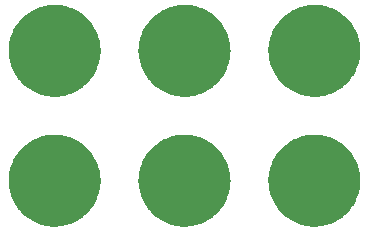
<source format=gbr>
G04 EasyPC Gerber Version 20.0.2 Build 4112 *
%FSLAX35Y35*%
%MOIN*%
%ADD15C,0.00500*%
X0Y0D02*
D02*
D15*
X858Y15382D02*
X896Y14700D01*
X966Y14020*
X1066Y13345*
X1196Y12674*
X1357Y12011*
X1549Y11355*
X1770Y10708*
X2020Y10072*
X2298Y9449*
X2605Y8839*
X2939Y8243*
X3300Y7663*
X3687Y7100*
X4100Y6555*
X4536Y6030*
X4996Y5525*
X5479Y5041*
X5983Y4580*
X6507Y4143*
X7051Y3729*
X7613Y3341*
X8192Y2979*
X8787Y2643*
X9397Y2335*
X10020Y2056*
X10655Y1804*
X11301Y1582*
X11957Y1390*
X12620Y1227*
X13290Y1095*
X13966Y993*
X14645Y922*
X15327Y883*
X16010Y874*
X16693Y896*
X17374Y950*
X18052Y1034*
X18725Y1150*
X19393Y1295*
X20053Y1471*
X20704Y1677*
X21345Y1912*
X21975Y2176*
X22593Y2469*
X23196Y2789*
X23784Y3137*
X24356Y3511*
X24910Y3911*
X25445Y4335*
X25961Y4783*
X26455Y5254*
X26928Y5748*
X27377Y6262*
X27803Y6796*
X28204Y7349*
X28580Y7919*
X28929Y8506*
X29251Y9109*
X29546Y9725*
X29812Y10354*
X30049Y10995*
X30256Y11646*
X30434Y12305*
X30582Y12972*
X30699Y13645*
X30786Y14322*
X30841Y15003*
X30866Y15686*
X30858Y16382*
X30820Y17064*
X30751Y17743*
X30651Y18419*
X30520Y19089*
X30359Y19753*
X30168Y20409*
X29947Y21056*
X29697Y21691*
X29418Y22315*
X29111Y22925*
X28777Y23521*
X28416Y24101*
X28029Y24664*
X27617Y25209*
X27180Y25734*
X26720Y26239*
X26238Y26722*
X25734Y27183*
X25209Y27621*
X24666Y28035*
X24104Y28423*
X23524Y28785*
X22930Y29120*
X22320Y29428*
X21696Y29708*
X21061Y29959*
X20415Y30181*
X19760Y30374*
X19096Y30537*
X18426Y30669*
X17751Y30770*
X17071Y30841*
X16389Y30881*
X15706Y30890*
X15024Y30867*
X14343Y30814*
X13665Y30730*
X12991Y30614*
X12324Y30469*
X11664Y30293*
X11013Y30087*
X10371Y29852*
X9741Y29587*
X9124Y29295*
X8520Y28974*
X7932Y28627*
X7361Y28253*
X6807Y27853*
X6271Y27429*
X5756Y26981*
X5261Y26509*
X4789Y26016*
X4339Y25502*
X3913Y24968*
X3512Y24415*
X3137Y23844*
X2787Y23257*
X2465Y22655*
X2171Y22039*
X1905Y21409*
X1668Y20769*
X1460Y20118*
X1282Y19459*
X1135Y18792*
X1017Y18119*
X931Y17441*
X875Y16761*
X851Y16078*
X858Y15382*
G36*
X896Y14700*
X966Y14020*
X1066Y13345*
X1196Y12674*
X1357Y12011*
X1549Y11355*
X1770Y10708*
X2020Y10072*
X2298Y9449*
X2605Y8839*
X2939Y8243*
X3300Y7663*
X3687Y7100*
X4100Y6555*
X4536Y6030*
X4996Y5525*
X5479Y5041*
X5983Y4580*
X6507Y4143*
X7051Y3729*
X7613Y3341*
X8192Y2979*
X8787Y2643*
X9397Y2335*
X10020Y2056*
X10655Y1804*
X11301Y1582*
X11957Y1390*
X12620Y1227*
X13290Y1095*
X13966Y993*
X14645Y922*
X15327Y883*
X16010Y874*
X16693Y896*
X17374Y950*
X18052Y1034*
X18725Y1150*
X19393Y1295*
X20053Y1471*
X20704Y1677*
X21345Y1912*
X21975Y2176*
X22593Y2469*
X23196Y2789*
X23784Y3137*
X24356Y3511*
X24910Y3911*
X25445Y4335*
X25961Y4783*
X26455Y5254*
X26928Y5748*
X27377Y6262*
X27803Y6796*
X28204Y7349*
X28580Y7919*
X28929Y8506*
X29251Y9109*
X29546Y9725*
X29812Y10354*
X30049Y10995*
X30256Y11646*
X30434Y12305*
X30582Y12972*
X30699Y13645*
X30786Y14322*
X30841Y15003*
X30866Y15686*
X30858Y16382*
X30820Y17064*
X30751Y17743*
X30651Y18419*
X30520Y19089*
X30359Y19753*
X30168Y20409*
X29947Y21056*
X29697Y21691*
X29418Y22315*
X29111Y22925*
X28777Y23521*
X28416Y24101*
X28029Y24664*
X27617Y25209*
X27180Y25734*
X26720Y26239*
X26238Y26722*
X25734Y27183*
X25209Y27621*
X24666Y28035*
X24104Y28423*
X23524Y28785*
X22930Y29120*
X22320Y29428*
X21696Y29708*
X21061Y29959*
X20415Y30181*
X19760Y30374*
X19096Y30537*
X18426Y30669*
X17751Y30770*
X17071Y30841*
X16389Y30881*
X15706Y30890*
X15024Y30867*
X14343Y30814*
X13665Y30730*
X12991Y30614*
X12324Y30469*
X11664Y30293*
X11013Y30087*
X10371Y29852*
X9741Y29587*
X9124Y29295*
X8520Y28974*
X7932Y28627*
X7361Y28253*
X6807Y27853*
X6271Y27429*
X5756Y26981*
X5261Y26509*
X4789Y26016*
X4339Y25502*
X3913Y24968*
X3512Y24415*
X3137Y23844*
X2787Y23257*
X2465Y22655*
X2171Y22039*
X1905Y21409*
X1668Y20769*
X1460Y20118*
X1282Y19459*
X1135Y18792*
X1017Y18119*
X931Y17441*
X875Y16761*
X851Y16078*
X858Y15382*
G37*
Y58689D02*
X896Y58007D01*
X966Y57328*
X1066Y56652*
X1196Y55981*
X1357Y55318*
X1549Y54662*
X1770Y54015*
X2020Y53380*
X2298Y52756*
X2605Y52146*
X2939Y51550*
X3300Y50970*
X3687Y50407*
X4100Y49862*
X4536Y49337*
X4996Y48832*
X5479Y48348*
X5983Y47887*
X6507Y47450*
X7051Y47036*
X7613Y46648*
X8192Y46286*
X8787Y45950*
X9397Y45643*
X10020Y45363*
X10655Y45111*
X11301Y44889*
X11957Y44697*
X12620Y44534*
X13290Y44402*
X13966Y44300*
X14645Y44230*
X15327Y44190*
X16010Y44181*
X16693Y44204*
X17374Y44257*
X18052Y44341*
X18725Y44457*
X19393Y44602*
X20053Y44778*
X20704Y44984*
X21345Y45219*
X21975Y45483*
X22593Y45776*
X23196Y46096*
X23784Y46444*
X24356Y46818*
X24910Y47218*
X25445Y47642*
X25961Y48090*
X26455Y48561*
X26928Y49055*
X27377Y49569*
X27803Y50103*
X28204Y50656*
X28580Y51226*
X28929Y51813*
X29251Y52416*
X29546Y53032*
X29812Y53661*
X30049Y54302*
X30256Y54953*
X30434Y55612*
X30582Y56279*
X30699Y56952*
X30786Y57630*
X30841Y58310*
X30866Y58993*
X30858Y59689*
X30820Y60371*
X30751Y61050*
X30651Y61726*
X30520Y62396*
X30359Y63060*
X30168Y63716*
X29947Y64363*
X29697Y64998*
X29418Y65622*
X29111Y66232*
X28777Y66828*
X28416Y67408*
X28029Y67971*
X27617Y68516*
X27180Y69041*
X26720Y69546*
X26238Y70030*
X25734Y70491*
X25209Y70928*
X24666Y71342*
X24104Y71730*
X23524Y72092*
X22930Y72428*
X22320Y72735*
X21696Y73015*
X21061Y73267*
X20415Y73489*
X19760Y73681*
X19096Y73844*
X18426Y73976*
X17751Y74078*
X17071Y74148*
X16389Y74188*
X15706Y74197*
X15024Y74174*
X14343Y74121*
X13665Y74037*
X12991Y73921*
X12324Y73776*
X11664Y73600*
X11013Y73394*
X10371Y73159*
X9741Y72894*
X9124Y72602*
X8520Y72281*
X7932Y71934*
X7361Y71560*
X6807Y71160*
X6271Y70736*
X5756Y70288*
X5261Y69817*
X4789Y69323*
X4339Y68809*
X3913Y68275*
X3512Y67722*
X3137Y67152*
X2787Y66565*
X2465Y65962*
X2171Y65346*
X1905Y64717*
X1668Y64076*
X1460Y63425*
X1282Y62766*
X1135Y62099*
X1017Y61426*
X931Y60748*
X875Y60068*
X851Y59385*
X858Y58689*
G36*
X896Y58007*
X966Y57328*
X1066Y56652*
X1196Y55981*
X1357Y55318*
X1549Y54662*
X1770Y54015*
X2020Y53380*
X2298Y52756*
X2605Y52146*
X2939Y51550*
X3300Y50970*
X3687Y50407*
X4100Y49862*
X4536Y49337*
X4996Y48832*
X5479Y48348*
X5983Y47887*
X6507Y47450*
X7051Y47036*
X7613Y46648*
X8192Y46286*
X8787Y45950*
X9397Y45643*
X10020Y45363*
X10655Y45111*
X11301Y44889*
X11957Y44697*
X12620Y44534*
X13290Y44402*
X13966Y44300*
X14645Y44230*
X15327Y44190*
X16010Y44181*
X16693Y44204*
X17374Y44257*
X18052Y44341*
X18725Y44457*
X19393Y44602*
X20053Y44778*
X20704Y44984*
X21345Y45219*
X21975Y45483*
X22593Y45776*
X23196Y46096*
X23784Y46444*
X24356Y46818*
X24910Y47218*
X25445Y47642*
X25961Y48090*
X26455Y48561*
X26928Y49055*
X27377Y49569*
X27803Y50103*
X28204Y50656*
X28580Y51226*
X28929Y51813*
X29251Y52416*
X29546Y53032*
X29812Y53661*
X30049Y54302*
X30256Y54953*
X30434Y55612*
X30582Y56279*
X30699Y56952*
X30786Y57630*
X30841Y58310*
X30866Y58993*
X30858Y59689*
X30820Y60371*
X30751Y61050*
X30651Y61726*
X30520Y62396*
X30359Y63060*
X30168Y63716*
X29947Y64363*
X29697Y64998*
X29418Y65622*
X29111Y66232*
X28777Y66828*
X28416Y67408*
X28029Y67971*
X27617Y68516*
X27180Y69041*
X26720Y69546*
X26238Y70030*
X25734Y70491*
X25209Y70928*
X24666Y71342*
X24104Y71730*
X23524Y72092*
X22930Y72428*
X22320Y72735*
X21696Y73015*
X21061Y73267*
X20415Y73489*
X19760Y73681*
X19096Y73844*
X18426Y73976*
X17751Y74078*
X17071Y74148*
X16389Y74188*
X15706Y74197*
X15024Y74174*
X14343Y74121*
X13665Y74037*
X12991Y73921*
X12324Y73776*
X11664Y73600*
X11013Y73394*
X10371Y73159*
X9741Y72894*
X9124Y72602*
X8520Y72281*
X7932Y71934*
X7361Y71560*
X6807Y71160*
X6271Y70736*
X5756Y70288*
X5261Y69817*
X4789Y69323*
X4339Y68809*
X3913Y68275*
X3512Y67722*
X3137Y67152*
X2787Y66565*
X2465Y65962*
X2171Y65346*
X1905Y64717*
X1668Y64076*
X1460Y63425*
X1282Y62766*
X1135Y62099*
X1017Y61426*
X931Y60748*
X875Y60068*
X851Y59385*
X858Y58689*
G37*
X44165Y15382D02*
X44204Y14700D01*
X44273Y14020*
X44373Y13345*
X44504Y12674*
X44665Y12011*
X44856Y11355*
X45077Y10708*
X45327Y10072*
X45606Y9449*
X45912Y8839*
X46246Y8243*
X46607Y7663*
X46994Y7100*
X47407Y6555*
X47843Y6030*
X48303Y5525*
X48786Y5041*
X49290Y4580*
X49814Y4143*
X50358Y3729*
X50920Y3341*
X51499Y2979*
X52094Y2643*
X52704Y2335*
X53327Y2056*
X53962Y1804*
X54608Y1582*
X55264Y1390*
X55927Y1227*
X56597Y1095*
X57273Y993*
X57952Y922*
X58634Y883*
X59317Y874*
X60000Y896*
X60681Y950*
X61359Y1034*
X62032Y1150*
X62700Y1295*
X63360Y1471*
X64011Y1677*
X64652Y1912*
X65282Y2176*
X65900Y2469*
X66503Y2789*
X67091Y3137*
X67663Y3511*
X68217Y3911*
X68752Y4335*
X69268Y4783*
X69762Y5254*
X70235Y5748*
X70684Y6262*
X71110Y6796*
X71511Y7349*
X71887Y7919*
X72236Y8506*
X72558Y9109*
X72853Y9725*
X73119Y10354*
X73356Y10995*
X73563Y11646*
X73741Y12305*
X73889Y12972*
X74006Y13645*
X74093Y14322*
X74148Y15003*
X74173Y15686*
X74165Y16382*
X74127Y17064*
X74058Y17743*
X73958Y18419*
X73827Y19089*
X73666Y19753*
X73475Y20409*
X73254Y21056*
X73004Y21691*
X72725Y22315*
X72419Y22925*
X72084Y23521*
X71723Y24101*
X71336Y24664*
X70924Y25209*
X70487Y25734*
X70028Y26239*
X69545Y26722*
X69041Y27183*
X68517Y27621*
X67973Y28035*
X67411Y28423*
X66831Y28785*
X66237Y29120*
X65627Y29428*
X65004Y29708*
X64369Y29959*
X63722Y30181*
X63067Y30374*
X62404Y30537*
X61733Y30669*
X61058Y30770*
X60378Y30841*
X59696Y30881*
X59013Y30890*
X58331Y30867*
X57650Y30814*
X56972Y30730*
X56298Y30614*
X55631Y30469*
X54971Y30293*
X54320Y30087*
X53678Y29852*
X53048Y29587*
X52431Y29295*
X51828Y28974*
X51239Y28627*
X50668Y28253*
X50114Y27853*
X49578Y27429*
X49063Y26981*
X48569Y26509*
X48096Y26016*
X47646Y25502*
X47220Y24968*
X46819Y24415*
X46444Y23844*
X46094Y23257*
X45772Y22655*
X45478Y22039*
X45212Y21409*
X44975Y20769*
X44767Y20118*
X44589Y19459*
X44442Y18792*
X44324Y18119*
X44238Y17441*
X44182Y16761*
X44158Y16078*
X44165Y15382*
G36*
X44204Y14700*
X44273Y14020*
X44373Y13345*
X44504Y12674*
X44665Y12011*
X44856Y11355*
X45077Y10708*
X45327Y10072*
X45606Y9449*
X45912Y8839*
X46246Y8243*
X46607Y7663*
X46994Y7100*
X47407Y6555*
X47843Y6030*
X48303Y5525*
X48786Y5041*
X49290Y4580*
X49814Y4143*
X50358Y3729*
X50920Y3341*
X51499Y2979*
X52094Y2643*
X52704Y2335*
X53327Y2056*
X53962Y1804*
X54608Y1582*
X55264Y1390*
X55927Y1227*
X56597Y1095*
X57273Y993*
X57952Y922*
X58634Y883*
X59317Y874*
X60000Y896*
X60681Y950*
X61359Y1034*
X62032Y1150*
X62700Y1295*
X63360Y1471*
X64011Y1677*
X64652Y1912*
X65282Y2176*
X65900Y2469*
X66503Y2789*
X67091Y3137*
X67663Y3511*
X68217Y3911*
X68752Y4335*
X69268Y4783*
X69762Y5254*
X70235Y5748*
X70684Y6262*
X71110Y6796*
X71511Y7349*
X71887Y7919*
X72236Y8506*
X72558Y9109*
X72853Y9725*
X73119Y10354*
X73356Y10995*
X73563Y11646*
X73741Y12305*
X73889Y12972*
X74006Y13645*
X74093Y14322*
X74148Y15003*
X74173Y15686*
X74165Y16382*
X74127Y17064*
X74058Y17743*
X73958Y18419*
X73827Y19089*
X73666Y19753*
X73475Y20409*
X73254Y21056*
X73004Y21691*
X72725Y22315*
X72419Y22925*
X72084Y23521*
X71723Y24101*
X71336Y24664*
X70924Y25209*
X70487Y25734*
X70028Y26239*
X69545Y26722*
X69041Y27183*
X68517Y27621*
X67973Y28035*
X67411Y28423*
X66831Y28785*
X66237Y29120*
X65627Y29428*
X65004Y29708*
X64369Y29959*
X63722Y30181*
X63067Y30374*
X62404Y30537*
X61733Y30669*
X61058Y30770*
X60378Y30841*
X59696Y30881*
X59013Y30890*
X58331Y30867*
X57650Y30814*
X56972Y30730*
X56298Y30614*
X55631Y30469*
X54971Y30293*
X54320Y30087*
X53678Y29852*
X53048Y29587*
X52431Y29295*
X51828Y28974*
X51239Y28627*
X50668Y28253*
X50114Y27853*
X49578Y27429*
X49063Y26981*
X48569Y26509*
X48096Y26016*
X47646Y25502*
X47220Y24968*
X46819Y24415*
X46444Y23844*
X46094Y23257*
X45772Y22655*
X45478Y22039*
X45212Y21409*
X44975Y20769*
X44767Y20118*
X44589Y19459*
X44442Y18792*
X44324Y18119*
X44238Y17441*
X44182Y16761*
X44158Y16078*
X44165Y15382*
G37*
Y58689D02*
X44204Y58007D01*
X44273Y57328*
X44373Y56652*
X44504Y55981*
X44665Y55318*
X44856Y54662*
X45077Y54015*
X45327Y53380*
X45606Y52756*
X45912Y52146*
X46246Y51550*
X46607Y50970*
X46994Y50407*
X47407Y49862*
X47843Y49337*
X48303Y48832*
X48786Y48348*
X49290Y47887*
X49814Y47450*
X50358Y47036*
X50920Y46648*
X51499Y46286*
X52094Y45950*
X52704Y45643*
X53327Y45363*
X53962Y45111*
X54608Y44889*
X55264Y44697*
X55927Y44534*
X56597Y44402*
X57273Y44300*
X57952Y44230*
X58634Y44190*
X59317Y44181*
X60000Y44204*
X60681Y44257*
X61359Y44341*
X62032Y44457*
X62700Y44602*
X63360Y44778*
X64011Y44984*
X64652Y45219*
X65282Y45483*
X65900Y45776*
X66503Y46096*
X67091Y46444*
X67663Y46818*
X68217Y47218*
X68752Y47642*
X69268Y48090*
X69762Y48561*
X70235Y49055*
X70684Y49569*
X71110Y50103*
X71511Y50656*
X71887Y51226*
X72236Y51813*
X72558Y52416*
X72853Y53032*
X73119Y53661*
X73356Y54302*
X73563Y54953*
X73741Y55612*
X73889Y56279*
X74006Y56952*
X74093Y57630*
X74148Y58310*
X74173Y58993*
X74165Y59689*
X74127Y60371*
X74058Y61050*
X73958Y61726*
X73827Y62396*
X73666Y63060*
X73475Y63716*
X73254Y64363*
X73004Y64998*
X72725Y65622*
X72419Y66232*
X72084Y66828*
X71723Y67408*
X71336Y67971*
X70924Y68516*
X70487Y69041*
X70028Y69546*
X69545Y70030*
X69041Y70491*
X68517Y70928*
X67973Y71342*
X67411Y71730*
X66831Y72092*
X66237Y72428*
X65627Y72735*
X65004Y73015*
X64369Y73267*
X63722Y73489*
X63067Y73681*
X62404Y73844*
X61733Y73976*
X61058Y74078*
X60378Y74148*
X59696Y74188*
X59013Y74197*
X58331Y74174*
X57650Y74121*
X56972Y74037*
X56298Y73921*
X55631Y73776*
X54971Y73600*
X54320Y73394*
X53678Y73159*
X53048Y72894*
X52431Y72602*
X51828Y72281*
X51239Y71934*
X50668Y71560*
X50114Y71160*
X49578Y70736*
X49063Y70288*
X48569Y69817*
X48096Y69323*
X47646Y68809*
X47220Y68275*
X46819Y67722*
X46444Y67152*
X46094Y66565*
X45772Y65962*
X45478Y65346*
X45212Y64717*
X44975Y64076*
X44767Y63425*
X44589Y62766*
X44442Y62099*
X44324Y61426*
X44238Y60748*
X44182Y60068*
X44158Y59385*
X44165Y58689*
G36*
X44204Y58007*
X44273Y57328*
X44373Y56652*
X44504Y55981*
X44665Y55318*
X44856Y54662*
X45077Y54015*
X45327Y53380*
X45606Y52756*
X45912Y52146*
X46246Y51550*
X46607Y50970*
X46994Y50407*
X47407Y49862*
X47843Y49337*
X48303Y48832*
X48786Y48348*
X49290Y47887*
X49814Y47450*
X50358Y47036*
X50920Y46648*
X51499Y46286*
X52094Y45950*
X52704Y45643*
X53327Y45363*
X53962Y45111*
X54608Y44889*
X55264Y44697*
X55927Y44534*
X56597Y44402*
X57273Y44300*
X57952Y44230*
X58634Y44190*
X59317Y44181*
X60000Y44204*
X60681Y44257*
X61359Y44341*
X62032Y44457*
X62700Y44602*
X63360Y44778*
X64011Y44984*
X64652Y45219*
X65282Y45483*
X65900Y45776*
X66503Y46096*
X67091Y46444*
X67663Y46818*
X68217Y47218*
X68752Y47642*
X69268Y48090*
X69762Y48561*
X70235Y49055*
X70684Y49569*
X71110Y50103*
X71511Y50656*
X71887Y51226*
X72236Y51813*
X72558Y52416*
X72853Y53032*
X73119Y53661*
X73356Y54302*
X73563Y54953*
X73741Y55612*
X73889Y56279*
X74006Y56952*
X74093Y57630*
X74148Y58310*
X74173Y58993*
X74165Y59689*
X74127Y60371*
X74058Y61050*
X73958Y61726*
X73827Y62396*
X73666Y63060*
X73475Y63716*
X73254Y64363*
X73004Y64998*
X72725Y65622*
X72419Y66232*
X72084Y66828*
X71723Y67408*
X71336Y67971*
X70924Y68516*
X70487Y69041*
X70028Y69546*
X69545Y70030*
X69041Y70491*
X68517Y70928*
X67973Y71342*
X67411Y71730*
X66831Y72092*
X66237Y72428*
X65627Y72735*
X65004Y73015*
X64369Y73267*
X63722Y73489*
X63067Y73681*
X62404Y73844*
X61733Y73976*
X61058Y74078*
X60378Y74148*
X59696Y74188*
X59013Y74197*
X58331Y74174*
X57650Y74121*
X56972Y74037*
X56298Y73921*
X55631Y73776*
X54971Y73600*
X54320Y73394*
X53678Y73159*
X53048Y72894*
X52431Y72602*
X51828Y72281*
X51239Y71934*
X50668Y71560*
X50114Y71160*
X49578Y70736*
X49063Y70288*
X48569Y69817*
X48096Y69323*
X47646Y68809*
X47220Y68275*
X46819Y67722*
X46444Y67152*
X46094Y66565*
X45772Y65962*
X45478Y65346*
X45212Y64717*
X44975Y64076*
X44767Y63425*
X44589Y62766*
X44442Y62099*
X44324Y61426*
X44238Y60748*
X44182Y60068*
X44158Y59385*
X44165Y58689*
G37*
X87472Y15382D02*
X87511Y14700D01*
X87580Y14020*
X87680Y13345*
X87811Y12674*
X87972Y12011*
X88163Y11355*
X88384Y10708*
X88634Y10072*
X88913Y9449*
X89219Y8839*
X89554Y8243*
X89915Y7663*
X90302Y7100*
X90714Y6555*
X91150Y6030*
X91610Y5525*
X92093Y5041*
X92597Y4580*
X93121Y4143*
X93665Y3729*
X94227Y3341*
X94806Y2979*
X95401Y2643*
X96011Y2335*
X96634Y2056*
X97269Y1804*
X97915Y1582*
X98571Y1390*
X99234Y1227*
X99904Y1095*
X100580Y993*
X101259Y922*
X101941Y883*
X102624Y874*
X103307Y896*
X103988Y950*
X104666Y1034*
X105339Y1150*
X106007Y1295*
X106667Y1471*
X107318Y1677*
X107959Y1912*
X108589Y2176*
X109207Y2469*
X109810Y2789*
X110398Y3137*
X110970Y3511*
X111524Y3911*
X112059Y4335*
X112575Y4783*
X113069Y5254*
X113542Y5748*
X113991Y6262*
X114417Y6796*
X114819Y7349*
X115194Y7919*
X115543Y8506*
X115865Y9109*
X116160Y9725*
X116426Y10354*
X116663Y10995*
X116870Y11646*
X117048Y12305*
X117196Y12972*
X117313Y13645*
X117400Y14322*
X117456Y15003*
X117480Y15686*
X117472Y16382*
X117434Y17064*
X117365Y17743*
X117265Y18419*
X117134Y19089*
X116973Y19753*
X116782Y20409*
X116561Y21056*
X116311Y21691*
X116032Y22315*
X115726Y22925*
X115391Y23521*
X115030Y24101*
X114643Y24664*
X114231Y25209*
X113794Y25734*
X113335Y26239*
X112852Y26722*
X112348Y27183*
X111824Y27621*
X111280Y28035*
X110718Y28423*
X110139Y28785*
X109544Y29120*
X108934Y29428*
X108311Y29708*
X107676Y29959*
X107030Y30181*
X106374Y30374*
X105711Y30537*
X105041Y30669*
X104365Y30770*
X103685Y30841*
X103004Y30881*
X102320Y30890*
X101638Y30867*
X100957Y30814*
X100279Y30730*
X99606Y30614*
X98938Y30469*
X98278Y30293*
X97627Y30087*
X96985Y29852*
X96356Y29587*
X95738Y29295*
X95135Y28974*
X94546Y28627*
X93975Y28253*
X93421Y27853*
X92885Y27429*
X92370Y26981*
X91876Y26509*
X91403Y26016*
X90954Y25502*
X90528Y24968*
X90126Y24415*
X89751Y23844*
X89402Y23257*
X89080Y22655*
X88785Y22039*
X88519Y21409*
X88282Y20769*
X88074Y20118*
X87896Y19459*
X87749Y18792*
X87631Y18119*
X87545Y17441*
X87489Y16761*
X87465Y16078*
X87472Y15382*
G36*
X87511Y14700*
X87580Y14020*
X87680Y13345*
X87811Y12674*
X87972Y12011*
X88163Y11355*
X88384Y10708*
X88634Y10072*
X88913Y9449*
X89219Y8839*
X89554Y8243*
X89915Y7663*
X90302Y7100*
X90714Y6555*
X91150Y6030*
X91610Y5525*
X92093Y5041*
X92597Y4580*
X93121Y4143*
X93665Y3729*
X94227Y3341*
X94806Y2979*
X95401Y2643*
X96011Y2335*
X96634Y2056*
X97269Y1804*
X97915Y1582*
X98571Y1390*
X99234Y1227*
X99904Y1095*
X100580Y993*
X101259Y922*
X101941Y883*
X102624Y874*
X103307Y896*
X103988Y950*
X104666Y1034*
X105339Y1150*
X106007Y1295*
X106667Y1471*
X107318Y1677*
X107959Y1912*
X108589Y2176*
X109207Y2469*
X109810Y2789*
X110398Y3137*
X110970Y3511*
X111524Y3911*
X112059Y4335*
X112575Y4783*
X113069Y5254*
X113542Y5748*
X113991Y6262*
X114417Y6796*
X114819Y7349*
X115194Y7919*
X115543Y8506*
X115865Y9109*
X116160Y9725*
X116426Y10354*
X116663Y10995*
X116870Y11646*
X117048Y12305*
X117196Y12972*
X117313Y13645*
X117400Y14322*
X117456Y15003*
X117480Y15686*
X117472Y16382*
X117434Y17064*
X117365Y17743*
X117265Y18419*
X117134Y19089*
X116973Y19753*
X116782Y20409*
X116561Y21056*
X116311Y21691*
X116032Y22315*
X115726Y22925*
X115391Y23521*
X115030Y24101*
X114643Y24664*
X114231Y25209*
X113794Y25734*
X113335Y26239*
X112852Y26722*
X112348Y27183*
X111824Y27621*
X111280Y28035*
X110718Y28423*
X110139Y28785*
X109544Y29120*
X108934Y29428*
X108311Y29708*
X107676Y29959*
X107030Y30181*
X106374Y30374*
X105711Y30537*
X105041Y30669*
X104365Y30770*
X103685Y30841*
X103004Y30881*
X102320Y30890*
X101638Y30867*
X100957Y30814*
X100279Y30730*
X99606Y30614*
X98938Y30469*
X98278Y30293*
X97627Y30087*
X96985Y29852*
X96356Y29587*
X95738Y29295*
X95135Y28974*
X94546Y28627*
X93975Y28253*
X93421Y27853*
X92885Y27429*
X92370Y26981*
X91876Y26509*
X91403Y26016*
X90954Y25502*
X90528Y24968*
X90126Y24415*
X89751Y23844*
X89402Y23257*
X89080Y22655*
X88785Y22039*
X88519Y21409*
X88282Y20769*
X88074Y20118*
X87896Y19459*
X87749Y18792*
X87631Y18119*
X87545Y17441*
X87489Y16761*
X87465Y16078*
X87472Y15382*
G37*
Y58689D02*
X87511Y58007D01*
X87580Y57328*
X87680Y56652*
X87811Y55981*
X87972Y55318*
X88163Y54662*
X88384Y54015*
X88634Y53380*
X88913Y52756*
X89219Y52146*
X89554Y51550*
X89915Y50970*
X90302Y50407*
X90714Y49862*
X91150Y49337*
X91610Y48832*
X92093Y48348*
X92597Y47887*
X93121Y47450*
X93665Y47036*
X94227Y46648*
X94806Y46286*
X95401Y45950*
X96011Y45643*
X96634Y45363*
X97269Y45111*
X97915Y44889*
X98571Y44697*
X99234Y44534*
X99904Y44402*
X100580Y44300*
X101259Y44230*
X101941Y44190*
X102624Y44181*
X103307Y44204*
X103988Y44257*
X104666Y44341*
X105339Y44457*
X106007Y44602*
X106667Y44778*
X107318Y44984*
X107959Y45219*
X108589Y45483*
X109207Y45776*
X109810Y46096*
X110398Y46444*
X110970Y46818*
X111524Y47218*
X112059Y47642*
X112575Y48090*
X113069Y48561*
X113542Y49055*
X113991Y49569*
X114417Y50103*
X114819Y50656*
X115194Y51226*
X115543Y51813*
X115865Y52416*
X116160Y53032*
X116426Y53661*
X116663Y54302*
X116870Y54953*
X117048Y55612*
X117196Y56279*
X117313Y56952*
X117400Y57630*
X117456Y58310*
X117480Y58993*
X117472Y59689*
X117434Y60371*
X117365Y61050*
X117265Y61726*
X117134Y62396*
X116973Y63060*
X116782Y63716*
X116561Y64363*
X116311Y64998*
X116032Y65622*
X115726Y66232*
X115391Y66828*
X115030Y67408*
X114643Y67971*
X114231Y68516*
X113794Y69041*
X113335Y69546*
X112852Y70030*
X112348Y70491*
X111824Y70928*
X111280Y71342*
X110718Y71730*
X110139Y72092*
X109544Y72428*
X108934Y72735*
X108311Y73015*
X107676Y73267*
X107030Y73489*
X106374Y73681*
X105711Y73844*
X105041Y73976*
X104365Y74078*
X103685Y74148*
X103004Y74188*
X102320Y74197*
X101638Y74174*
X100957Y74121*
X100279Y74037*
X99606Y73921*
X98938Y73776*
X98278Y73600*
X97627Y73394*
X96985Y73159*
X96356Y72894*
X95738Y72602*
X95135Y72281*
X94546Y71934*
X93975Y71560*
X93421Y71160*
X92885Y70736*
X92370Y70288*
X91876Y69817*
X91403Y69323*
X90954Y68809*
X90528Y68275*
X90126Y67722*
X89751Y67152*
X89402Y66565*
X89080Y65962*
X88785Y65346*
X88519Y64717*
X88282Y64076*
X88074Y63425*
X87896Y62766*
X87749Y62099*
X87631Y61426*
X87545Y60748*
X87489Y60068*
X87465Y59385*
X87472Y58689*
G36*
X87511Y58007*
X87580Y57328*
X87680Y56652*
X87811Y55981*
X87972Y55318*
X88163Y54662*
X88384Y54015*
X88634Y53380*
X88913Y52756*
X89219Y52146*
X89554Y51550*
X89915Y50970*
X90302Y50407*
X90714Y49862*
X91150Y49337*
X91610Y48832*
X92093Y48348*
X92597Y47887*
X93121Y47450*
X93665Y47036*
X94227Y46648*
X94806Y46286*
X95401Y45950*
X96011Y45643*
X96634Y45363*
X97269Y45111*
X97915Y44889*
X98571Y44697*
X99234Y44534*
X99904Y44402*
X100580Y44300*
X101259Y44230*
X101941Y44190*
X102624Y44181*
X103307Y44204*
X103988Y44257*
X104666Y44341*
X105339Y44457*
X106007Y44602*
X106667Y44778*
X107318Y44984*
X107959Y45219*
X108589Y45483*
X109207Y45776*
X109810Y46096*
X110398Y46444*
X110970Y46818*
X111524Y47218*
X112059Y47642*
X112575Y48090*
X113069Y48561*
X113542Y49055*
X113991Y49569*
X114417Y50103*
X114819Y50656*
X115194Y51226*
X115543Y51813*
X115865Y52416*
X116160Y53032*
X116426Y53661*
X116663Y54302*
X116870Y54953*
X117048Y55612*
X117196Y56279*
X117313Y56952*
X117400Y57630*
X117456Y58310*
X117480Y58993*
X117472Y59689*
X117434Y60371*
X117365Y61050*
X117265Y61726*
X117134Y62396*
X116973Y63060*
X116782Y63716*
X116561Y64363*
X116311Y64998*
X116032Y65622*
X115726Y66232*
X115391Y66828*
X115030Y67408*
X114643Y67971*
X114231Y68516*
X113794Y69041*
X113335Y69546*
X112852Y70030*
X112348Y70491*
X111824Y70928*
X111280Y71342*
X110718Y71730*
X110139Y72092*
X109544Y72428*
X108934Y72735*
X108311Y73015*
X107676Y73267*
X107030Y73489*
X106374Y73681*
X105711Y73844*
X105041Y73976*
X104365Y74078*
X103685Y74148*
X103004Y74188*
X102320Y74197*
X101638Y74174*
X100957Y74121*
X100279Y74037*
X99606Y73921*
X98938Y73776*
X98278Y73600*
X97627Y73394*
X96985Y73159*
X96356Y72894*
X95738Y72602*
X95135Y72281*
X94546Y71934*
X93975Y71560*
X93421Y71160*
X92885Y70736*
X92370Y70288*
X91876Y69817*
X91403Y69323*
X90954Y68809*
X90528Y68275*
X90126Y67722*
X89751Y67152*
X89402Y66565*
X89080Y65962*
X88785Y65346*
X88519Y64717*
X88282Y64076*
X88074Y63425*
X87896Y62766*
X87749Y62099*
X87631Y61426*
X87545Y60748*
X87489Y60068*
X87465Y59385*
X87472Y58689*
G37*
X0Y0D02*
M02*

</source>
